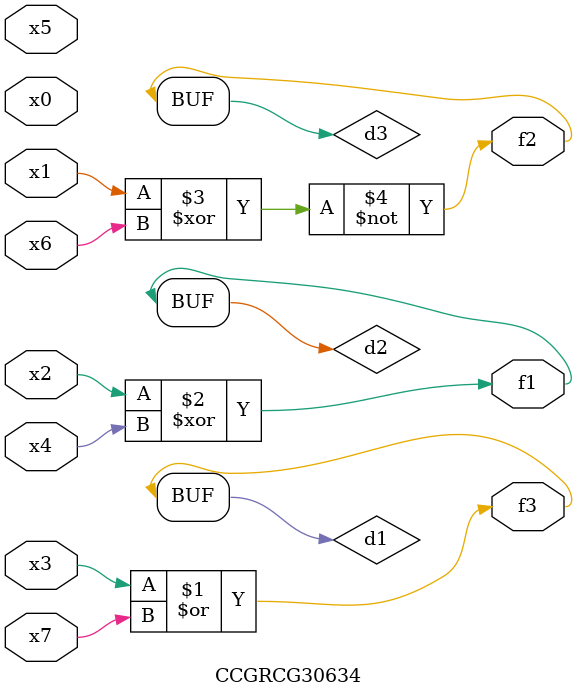
<source format=v>
module CCGRCG30634(
	input x0, x1, x2, x3, x4, x5, x6, x7,
	output f1, f2, f3
);

	wire d1, d2, d3;

	or (d1, x3, x7);
	xor (d2, x2, x4);
	xnor (d3, x1, x6);
	assign f1 = d2;
	assign f2 = d3;
	assign f3 = d1;
endmodule

</source>
